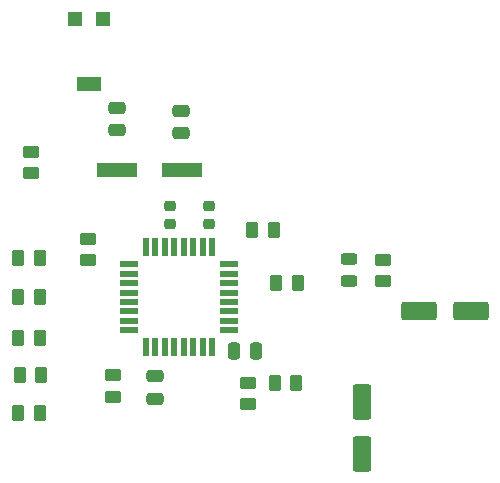
<source format=gtp>
G04 #@! TF.GenerationSoftware,KiCad,Pcbnew,(6.0.9)*
G04 #@! TF.CreationDate,2023-01-18T17:06:23+01:00*
G04 #@! TF.ProjectId,mainboard,6d61696e-626f-4617-9264-2e6b69636164,rev?*
G04 #@! TF.SameCoordinates,Original*
G04 #@! TF.FileFunction,Paste,Top*
G04 #@! TF.FilePolarity,Positive*
%FSLAX46Y46*%
G04 Gerber Fmt 4.6, Leading zero omitted, Abs format (unit mm)*
G04 Created by KiCad (PCBNEW (6.0.9)) date 2023-01-18 17:06:23*
%MOMM*%
%LPD*%
G01*
G04 APERTURE LIST*
G04 Aperture macros list*
%AMRoundRect*
0 Rectangle with rounded corners*
0 $1 Rounding radius*
0 $2 $3 $4 $5 $6 $7 $8 $9 X,Y pos of 4 corners*
0 Add a 4 corners polygon primitive as box body*
4,1,4,$2,$3,$4,$5,$6,$7,$8,$9,$2,$3,0*
0 Add four circle primitives for the rounded corners*
1,1,$1+$1,$2,$3*
1,1,$1+$1,$4,$5*
1,1,$1+$1,$6,$7*
1,1,$1+$1,$8,$9*
0 Add four rect primitives between the rounded corners*
20,1,$1+$1,$2,$3,$4,$5,0*
20,1,$1+$1,$4,$5,$6,$7,0*
20,1,$1+$1,$6,$7,$8,$9,0*
20,1,$1+$1,$8,$9,$2,$3,0*%
G04 Aperture macros list end*
%ADD10RoundRect,0.250000X-0.475000X0.250000X-0.475000X-0.250000X0.475000X-0.250000X0.475000X0.250000X0*%
%ADD11RoundRect,0.250000X-0.450000X0.262500X-0.450000X-0.262500X0.450000X-0.262500X0.450000X0.262500X0*%
%ADD12RoundRect,0.250000X0.450000X-0.262500X0.450000X0.262500X-0.450000X0.262500X-0.450000X-0.262500X0*%
%ADD13RoundRect,0.225000X-0.250000X0.225000X-0.250000X-0.225000X0.250000X-0.225000X0.250000X0.225000X0*%
%ADD14RoundRect,0.250000X0.262500X0.450000X-0.262500X0.450000X-0.262500X-0.450000X0.262500X-0.450000X0*%
%ADD15RoundRect,0.250000X-0.250000X-0.475000X0.250000X-0.475000X0.250000X0.475000X-0.250000X0.475000X0*%
%ADD16RoundRect,0.250000X-0.550000X1.250000X-0.550000X-1.250000X0.550000X-1.250000X0.550000X1.250000X0*%
%ADD17RoundRect,0.250000X-0.262500X-0.450000X0.262500X-0.450000X0.262500X0.450000X-0.262500X0.450000X0*%
%ADD18RoundRect,0.243750X0.456250X-0.243750X0.456250X0.243750X-0.456250X0.243750X-0.456250X-0.243750X0*%
%ADD19R,3.500000X1.200000*%
%ADD20R,1.300000X1.300000*%
%ADD21R,2.000000X1.300000*%
%ADD22RoundRect,0.250000X-1.250000X-0.550000X1.250000X-0.550000X1.250000X0.550000X-1.250000X0.550000X0*%
%ADD23RoundRect,0.225000X0.250000X-0.225000X0.250000X0.225000X-0.250000X0.225000X-0.250000X-0.225000X0*%
%ADD24R,0.550000X1.600000*%
%ADD25R,1.600000X0.550000*%
G04 APERTURE END LIST*
D10*
X127463065Y-36385411D03*
X127463065Y-38285411D03*
D11*
X133096000Y-59412500D03*
X133096000Y-61237500D03*
D12*
X121666000Y-60602500D03*
X121666000Y-58777500D03*
D13*
X129794000Y-44437000D03*
X129794000Y-45987000D03*
D11*
X114681000Y-39854500D03*
X114681000Y-41679500D03*
D14*
X135278500Y-46482000D03*
X133453500Y-46482000D03*
D15*
X131892000Y-56769000D03*
X133792000Y-56769000D03*
D14*
X137310500Y-50993643D03*
X135485500Y-50993643D03*
D11*
X119507000Y-47220500D03*
X119507000Y-49045500D03*
D10*
X125222000Y-58867000D03*
X125222000Y-60767000D03*
D12*
X144526000Y-50823500D03*
X144526000Y-48998500D03*
D14*
X115466500Y-61976000D03*
X113641500Y-61976000D03*
D16*
X142748000Y-61046000D03*
X142748000Y-65446000D03*
D17*
X113618000Y-55626000D03*
X115443000Y-55626000D03*
D18*
X141605000Y-50848500D03*
X141605000Y-48973500D03*
D19*
X121964000Y-41402000D03*
X127464000Y-41402000D03*
D14*
X137183500Y-59436000D03*
X135358500Y-59436000D03*
X115593500Y-58801000D03*
X113768500Y-58801000D03*
D20*
X120784000Y-28619000D03*
D21*
X119634000Y-34119000D03*
D20*
X118484000Y-28619000D03*
D10*
X121975548Y-36151899D03*
X121975548Y-38051899D03*
D17*
X113618000Y-52197000D03*
X115443000Y-52197000D03*
D22*
X147533000Y-53340000D03*
X151933000Y-53340000D03*
D23*
X126492000Y-45987000D03*
X126492000Y-44437000D03*
D24*
X130054000Y-47947000D03*
X129254000Y-47947000D03*
X128454000Y-47947000D03*
X127654000Y-47947000D03*
X126854000Y-47947000D03*
X126054000Y-47947000D03*
X125254000Y-47947000D03*
X124454000Y-47947000D03*
D25*
X123004000Y-49397000D03*
X123004000Y-50197000D03*
X123004000Y-50997000D03*
X123004000Y-51797000D03*
X123004000Y-52597000D03*
X123004000Y-53397000D03*
X123004000Y-54197000D03*
X123004000Y-54997000D03*
D24*
X124454000Y-56447000D03*
X125254000Y-56447000D03*
X126054000Y-56447000D03*
X126854000Y-56447000D03*
X127654000Y-56447000D03*
X128454000Y-56447000D03*
X129254000Y-56447000D03*
X130054000Y-56447000D03*
D25*
X131504000Y-54997000D03*
X131504000Y-54197000D03*
X131504000Y-53397000D03*
X131504000Y-52597000D03*
X131504000Y-51797000D03*
X131504000Y-50997000D03*
X131504000Y-50197000D03*
X131504000Y-49397000D03*
D17*
X113618000Y-48895000D03*
X115443000Y-48895000D03*
M02*

</source>
